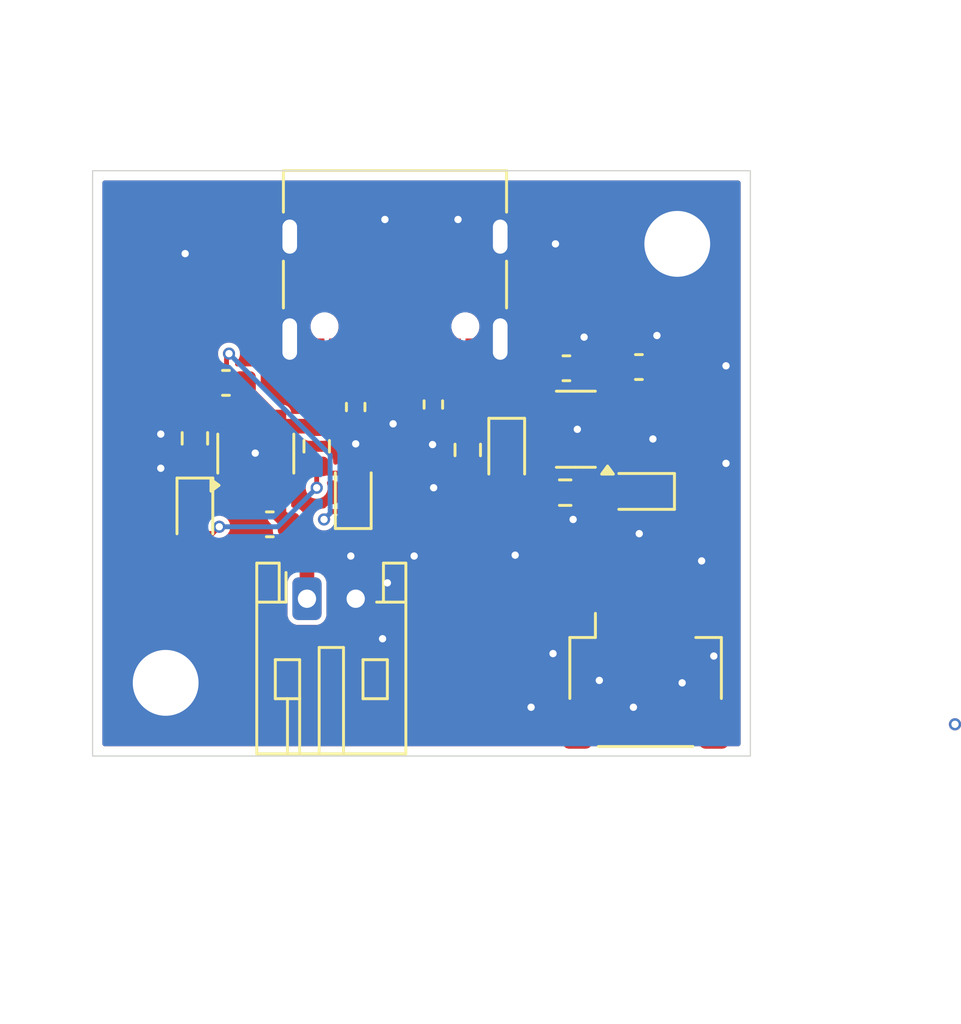
<source format=kicad_pcb>
(kicad_pcb (version 20241229) (generator "pcbnew") (generator_version "9.0")
  (layers (0 "F.Cu" signal) (2 "B.Cu" signal) (13 "F.Paste" user) (15 "B.Paste" user) (5 "F.SilkS" user "F.Silkscreen") (7 "B.SilkS" user "B.Silkscreen") (1 "F.Mask" user) (3 "B.Mask" user) (25 "Edge.Cuts" user))
  (net 0 "")
  (net 3 "/D-")
  (net 4 "Net-(J1-CC1)")
  (net 5 "GND")
  (net 6 "VBUS")
  (net 7 "Net-(J1-CC2)")
  (net 8 "/D+")
  (net 9 "Net-(D1-K)")
  (net 10 "Net-(D1-A)")
  (net 11 "/V_CHARGE")
  (net 12 "Net-(U1-PROG)")
  (net 13 "Net-(D2-K)")
  (net 14 "Net-(J2-Pin_1)")
  (net 15 "Net-(D3-A)")
  (net 16 "Net-(D3-K)")
  (net 17 "Net-(D4-K)")
  (net 18 "Net-(U2-PROG)")
  (footprint "Package_TO_SOT_SMD:TSOT-23-6" (layer "F.Cu") (at 49.7 51.6 90)
    (property "Reference" "U2" (hide yes))
    (property "Value" "TP4057" (hide yes))
    (fp_line (start 0 -1.56) (end 0.8 -1.56) (stroke (width 0.12)) (layer "F.SilkS"))
    (fp_line (start 0 -1.56) (end -0.8 -1.56) (stroke (width 0.12)) (layer "F.SilkS"))
    (fp_line (start 0 1.56) (end 0.8 1.56) (stroke (width 0.12)) (layer "F.SilkS"))
    (fp_line (start 0 1.56) (end -0.8 1.56) (stroke (width 0.12)) (layer "F.SilkS"))
    (fp_poly (pts (xy -1.3 -1.51) (xy -1.54 -1.84) (xy -1.06 -1.84)) (stroke (width 0.12)) (fill yes) (layer "F.SilkS"))
    (pad "1" smd roundrect (at -1.1375 -0.95 90) (size 1.325 0.6) (layers "F.Cu" "F.Mask" "F.Paste") (net 17 "Net-(D4-K)"))
    (pad "2" smd roundrect (at -1.1375 0 90) (size 1.325 0.6) (layers "F.Cu" "F.Mask" "F.Paste") (net 5 "GND"))
    (pad "3" smd roundrect (at -1.1375 0.95 90) (size 1.325 0.6) (layers "F.Cu" "F.Mask" "F.Paste") (net 14 "Net-(J2-Pin_1)"))
    (pad "4" smd roundrect (at 1.1375 0.95 90) (size 1.325 0.6) (layers "F.Cu" "F.Mask" "F.Paste") (net 6 "VBUS"))
    (pad "5" smd roundrect (at 1.1375 0 90) (size 1.325 0.6) (layers "F.Cu" "F.Mask" "F.Paste") (net 16 "Net-(D3-K)"))
    (pad "6" smd roundrect (at 1.1375 -0.95 90) (size 1.325 0.6) (layers "F.Cu" "F.Mask" "F.Paste") (net 18 "Net-(U2-PROG)"))
  )
  (footprint "Resistor_SMD:R_0402_1005Metric" (layer "F.Cu") (at 56.987384 49.587531 -90)
    (property "Reference" "R1" (hide yes))
    (property "Value" "5.1k" (hide yes))
    (fp_line (start -0.153641 0.38) (end 0.153641 0.38) (stroke (width 0.12)) (layer "F.SilkS"))
    (fp_line (start -0.153641 -0.38) (end 0.153641 -0.38) (stroke (width 0.12)) (layer "F.SilkS"))
    (pad "1" smd roundrect (at -0.51 0 270) (size 0.54 0.64) (layers "F.Cu" "F.Mask" "F.Paste") (net 4 "Net-(J1-CC1)"))
    (pad "2" smd roundrect (at 0.51 0 270) (size 0.54 0.64) (layers "F.Cu" "F.Mask" "F.Paste") (net 5 "GND"))
  )
  (footprint "MountingHole:MountingHole_2.7mm_M2.5_DIN965_Pad" (layer "F.Cu") (at 46 61)
    (property "Reference" "H2" (hide yes))
    (property "Value" "MountingHole_Pad" (hide yes))
    (pad "1" thru_hole circle (at 0 0) (size 4.7 4.7) (drill 2.7) (layers "*.Cu" "*.Mask") (net 5 "GND"))
  )
  (footprint "Resistor_SMD:R_0603_1608Metric" (layer "F.Cu") (at 62.4 53.2)
    (property "Reference" "R4" (hide yes))
    (property "Value" "1.8k" (hide yes))
    (fp_line (start -0.237258 -0.5225) (end 0.237258 -0.5225) (stroke (width 0.12)) (layer "F.SilkS"))
    (fp_line (start -0.237258 0.5225) (end 0.237258 0.5225) (stroke (width 0.12)) (layer "F.SilkS"))
    (pad "1" smd roundrect (at -0.825 0) (size 0.8 0.95) (layers "F.Cu" "F.Mask" "F.Paste") (net 12 "Net-(U1-PROG)"))
    (pad "2" smd roundrect (at 0.825 0) (size 0.8 0.95) (layers "F.Cu" "F.Mask" "F.Paste") (net 5 "GND"))
  )
  (footprint "Capacitor_SMD:C_0603_1608Metric" (layer "F.Cu") (at 50.275 54.5 180)
    (property "Reference" "C3" (hide yes))
    (property "Value" "10uF" (hide yes))
    (fp_line (start -0.14058 0.51) (end 0.14058 0.51) (stroke (width 0.12)) (layer "F.SilkS"))
    (fp_line (start -0.14058 -0.51) (end 0.14058 -0.51) (stroke (width 0.12)) (layer "F.SilkS"))
    (pad "1" smd roundrect (at -0.775 0 180) (size 0.9 0.95) (layers "F.Cu" "F.Mask" "F.Paste") (net 14 "Net-(J2-Pin_1)"))
    (pad "2" smd roundrect (at 0.775 0 180) (size 0.9 0.95) (layers "F.Cu" "F.Mask" "F.Paste") (net 5 "GND"))
  )
  (footprint "Connector_JST:JST_PH_S2B-PH-K_1x02_P2.00mm_Horizontal" (layer "F.Cu") (at 51.8 57.55)
    (property "Reference" "J2" (hide yes))
    (property "Value" "Conn_01x02" (hide yes))
    (fp_line (start -2.06 -1.46) (end -2.06 6.36) (stroke (width 0.12)) (layer "F.SilkS"))
    (fp_line (start -2.06 0.14) (end -1.14 0.14) (stroke (width 0.12)) (layer "F.SilkS"))
    (fp_line (start -2.06 6.36) (end 4.06 6.36) (stroke (width 0.12)) (layer "F.SilkS"))
    (fp_line (start -1.3 2.5) (end -1.3 4.1) (stroke (width 0.12)) (layer "F.SilkS"))
    (fp_line (start -1.3 4.1) (end -0.3 4.1) (stroke (width 0.12)) (layer "F.SilkS"))
    (fp_line (start -1.14 -1.46) (end -2.06 -1.46) (stroke (width 0.12)) (layer "F.SilkS"))
    (fp_line (start -1.14 0.14) (end -1.14 -1.46) (stroke (width 0.12)) (layer "F.SilkS"))
    (fp_line (start -0.86 0.14) (end -1.14 0.14) (stroke (width 0.12)) (layer "F.SilkS"))
    (fp_line (start -0.86 0.14) (end -0.86 -1.075) (stroke (width 0.12)) (layer "F.SilkS"))
    (fp_line (start -0.8 4.1) (end -0.8 6.36) (stroke (width 0.12)) (layer "F.SilkS"))
    (fp_line (start -0.3 2.5) (end -1.3 2.5) (stroke (width 0.12)) (layer "F.SilkS"))
    (fp_line (start -0.3 4.1) (end -0.3 2.5) (stroke (width 0.12)) (layer "F.SilkS"))
    (fp_line (start -0.3 4.1) (end -0.3 6.36) (stroke (width 0.12)) (layer "F.SilkS"))
    (fp_line (start 0.5 2) (end 1.5 2) (stroke (width 0.12)) (layer "F.SilkS"))
    (fp_line (start 0.5 6.36) (end 0.5 2) (stroke (width 0.12)) (layer "F.SilkS"))
    (fp_line (start 1.5 2) (end 1.5 6.36) (stroke (width 0.12)) (layer "F.SilkS"))
    (fp_line (start 2.3 2.5) (end 3.3 2.5) (stroke (width 0.12)) (layer "F.SilkS"))
    (fp_line (start 2.3 4.1) (end 2.3 2.5) (stroke (width 0.12)) (layer "F.SilkS"))
    (fp_line (start 3.14 -1.46) (end 3.14 0.14) (stroke (width 0.12)) (layer "F.SilkS"))
    (fp_line (start 3.14 0.14) (end 2.86 0.14) (stroke (width 0.12)) (layer "F.SilkS"))
    (fp_line (start 3.3 2.5) (end 3.3 4.1) (stroke (width 0.12)) (layer "F.SilkS"))
    (fp_line (start 3.3 4.1) (end 2.3 4.1) (stroke (width 0.12)) (layer "F.SilkS"))
    (fp_line (start 4.06 -1.46) (end 3.14 -1.46) (stroke (width 0.12)) (layer "F.SilkS"))
    (fp_line (start 4.06 0.14) (end 3.14 0.14) (stroke (width 0.12)) (layer "F.SilkS"))
    (fp_line (start 4.06 6.36) (end 4.06 -1.46) (stroke (width 0.12)) (layer "F.SilkS"))
    (pad "1" thru_hole roundrect (at 0 0) (size 1.2 1.75) (drill 0.75) (layers "*.Cu" "*.Mask") (roundrect_rratio 0.208333) (net 14 "Net-(J2-Pin_1)"))
    (pad "2" thru_hole oval (at 2 0) (size 1.2 1.75) (drill 0.75) (layers "*.Cu" "*.Mask") (net 5 "GND"))
  )
  (footprint "Package_TO_SOT_SMD:TSOT-23-6" (layer "F.Cu") (at 62.8375 50.6 180)
    (property "Reference" "U1" (hide yes))
    (property "Value" "TP4057" (hide yes))
    (fp_line (start 0 1.56) (end 0.8 1.56) (stroke (width 0.12)) (layer "F.SilkS"))
    (fp_line (start 0 1.56) (end -0.8 1.56) (stroke (width 0.12)) (layer "F.SilkS"))
    (fp_line (start 0 -1.56) (end 0.8 -1.56) (stroke (width 0.12)) (layer "F.SilkS"))
    (fp_line (start 0 -1.56) (end -0.8 -1.56) (stroke (width 0.12)) (layer "F.SilkS"))
    (fp_poly (pts (xy -1.3 -1.51) (xy -1.54 -1.84) (xy -1.06 -1.84)) (stroke (width 0.12)) (fill yes) (layer "F.SilkS"))
    (pad "1" smd roundrect (at -1.1375 -0.95 180) (size 1.325 0.6) (layers "F.Cu" "F.Mask" "F.Paste") (net 9 "Net-(D1-K)"))
    (pad "2" smd roundrect (at -1.1375 0 180) (size 1.325 0.6) (layers "F.Cu" "F.Mask" "F.Paste") (net 5 "GND"))
    (pad "3" smd roundrect (at -1.1375 0.95 180) (size 1.325 0.6) (layers "F.Cu" "F.Mask" "F.Paste") (net 11 "/V_CHARGE"))
    (pad "4" smd roundrect (at 1.1375 0.95 180) (size 1.325 0.6) (layers "F.Cu" "F.Mask" "F.Paste") (net 6 "VBUS"))
    (pad "5" smd roundrect (at 1.1375 0 180) (size 1.325 0.6) (layers "F.Cu" "F.Mask" "F.Paste") (net 13 "Net-(D2-K)"))
    (pad "6" smd roundrect (at 1.1375 -0.95 180) (size 1.325 0.6) (layers "F.Cu" "F.Mask" "F.Paste") (net 12 "Net-(U1-PROG)"))
  )
  (footprint "Capacitor_SMD:C_0603_1608Metric" (layer "F.Cu") (at 48.475 48.7 180)
    (property "Reference" "C4" (hide yes))
    (property "Value" "1uF" (hide yes))
    (fp_line (start -0.14058 0.51) (end 0.14058 0.51) (stroke (width 0.12)) (layer "F.SilkS"))
    (fp_line (start -0.14058 -0.51) (end 0.14058 -0.51) (stroke (width 0.12)) (layer "F.SilkS"))
    (pad "1" smd roundrect (at -0.775 0 180) (size 0.9 0.95) (layers "F.Cu" "F.Mask" "F.Paste") (net 6 "VBUS"))
    (pad "2" smd roundrect (at 0.775 0 180) (size 0.9 0.95) (layers "F.Cu" "F.Mask" "F.Paste") (net 5 "GND"))
  )
  (footprint "Resistor_SMD:R_0603_1608Metric" (layer "F.Cu") (at 47.2 50.975 -90)
    (property "Reference" "R6" (hide yes))
    (property "Value" "1.8k" (hide yes))
    (fp_line (start -0.237258 0.5225) (end 0.237258 0.5225) (stroke (width 0.12)) (layer "F.SilkS"))
    (fp_line (start -0.237258 -0.5225) (end 0.237258 -0.5225) (stroke (width 0.12)) (layer "F.SilkS"))
    (pad "1" smd roundrect (at -0.825 0 270) (size 0.8 0.95) (layers "F.Cu" "F.Mask" "F.Paste") (net 18 "Net-(U2-PROG)"))
    (pad "2" smd roundrect (at 0.825 0 270) (size 0.8 0.95) (layers "F.Cu" "F.Mask" "F.Paste") (net 5 "GND"))
  )
  (footprint "Connector_USB:USB_C_Receptacle_G-Switch_GT-USB-7010ASV" (layer "F.Cu") (at 55.412918 43.777696 180)
    (property "Reference" "J1" (hide yes))
    (property "Value" "USB_C_Receptacle_USB2.0_16P" (hide yes))
    (fp_line (start 4.58 3.785) (end -4.58 3.785) (stroke (width 0.12)) (layer "F.SilkS"))
    (fp_line (start 4.58 2.08) (end 4.58 3.785) (stroke (width 0.12)) (layer "F.SilkS"))
    (fp_line (start 4.58 0.07) (end 4.58 -1.85) (stroke (width 0.12)) (layer "F.SilkS"))
    (fp_line (start -4.58 3.785) (end -4.58 2.08) (stroke (width 0.12)) (layer "F.SilkS"))
    (fp_line (start -4.58 -1.85) (end -4.58 0.07) (stroke (width 0.12)) (layer "F.SilkS"))
    (pad "" np_thru_hole circle (at -2.89 -2.605 180) (size 0.65 0.65) (drill 0.65) (layers "*.Cu" "*.Mask"))
    (pad "" np_thru_hole circle (at 2.89 -2.605 180) (size 0.65 0.65) (drill 0.65) (layers "*.Cu" "*.Mask"))
    (pad "A1" smd rect (at -3.2 -3.725 180) (size 0.6 1.24) (layers "F.Cu" "F.Mask" "F.Paste") (net 5 "GND"))
    (pad "A4" smd rect (at -2.4 -3.725 180) (size 0.6 1.24) (layers "F.Cu" "F.Mask" "F.Paste") (net 6 "VBUS"))
    (pad "A5" smd rect (at -1.25 -3.725 180) (size 0.3 1.24) (layers "F.Cu" "F.Mask" "F.Paste") (net 4 "Net-(J1-CC1)"))
    (pad "A6" smd rect (at -0.25 -3.725 180) (size 0.3 1.24) (layers "F.Cu" "F.Mask" "F.Paste") (net 8 "/D+"))
    (pad "A7" smd rect (at 0.25 -3.725 180) (size 0.3 1.24) (layers "F.Cu" "F.Mask" "F.Paste") (net 3 "/D-"))
    (pad "A8" smd rect (at 1.25 -3.725 180) (size 0.3 1.24) (layers "F.Cu" "F.Mask" "F.Paste"))
    (pad "A9" smd rect (at 2.4 -3.725 180) (size 0.6 1.24) (layers "F.Cu" "F.Mask" "F.Paste") (net 6 "VBUS"))
    (pad "A12" smd rect (at 3.2 -3.725 180) (size 0.6 1.24) (layers "F.Cu" "F.Mask" "F.Paste") (net 5 "GND"))
    (pad "B1" smd rect (at 3.2 -3.725 180) (size 0.6 1.24) (layers "F.Cu" "F.Mask" "F.Paste") (net 5 "GND"))
    (pad "B4" smd rect (at 2.4 -3.725 180) (size 0.6 1.24) (layers "F.Cu" "F.Mask" "F.Paste") (net 6 "VBUS"))
    (pad "B5" smd rect (at 1.75 -3.725 180) (size 0.3 1.24) (layers "F.Cu" "F.Mask" "F.Paste") (net 7 "Net-(J1-CC2)"))
    (pad "B6" smd rect (at 0.75 -3.725 180) (size 0.3 1.24) (layers "F.Cu" "F.Mask" "F.Paste") (net 8 "/D+"))
    (pad "B7" smd rect (at -0.75 -3.725 180) (size 0.3 1.24) (layers "F.Cu" "F.Mask" "F.Paste") (net 3 "/D-"))
    (pad "B8" smd rect (at -1.75 -3.725 180) (size 0.3 1.24) (layers "F.Cu" "F.Mask" "F.Paste"))
    (pad "B9" smd rect (at -2.4 -3.725 180) (size 0.6 1.24) (layers "F.Cu" "F.Mask" "F.Paste") (net 6 "VBUS"))
    (pad "B12" smd rect (at -3.2 -3.725 180) (size 0.6 1.24) (layers "F.Cu" "F.Mask" "F.Paste") (net 5 "GND"))
    (pad "S1" thru_hole oval (at -4.32 -3.125 180) (size 1 2.1) (drill oval 0.6 1.7) (property pad_prop_heatsink) (layers "*.Cu" "*.Mask") (net 5 "GND"))
    (pad "S1" thru_hole oval (at -4.32 1.075 180) (size 1 1.8) (drill oval 0.6 1.4) (property pad_prop_heatsink) (layers "*.Cu" "*.Mask") (net 5 "GND"))
    (pad "S1" thru_hole oval (at 4.32 -3.125 180) (size 1 2.1) (drill oval 0.6 1.7) (property pad_prop_heatsink) (layers "*.Cu" "*.Mask") (net 5 "GND"))
    (pad "S1" thru_hole oval (at 4.32 1.075 180) (size 1 1.8) (drill oval 0.6 1.4) (property pad_prop_heatsink) (layers "*.Cu" "*.Mask") (net 5 "GND"))
  )
  (footprint "Connector_JST:JST_SH_SM04B-SRSS-TB_1x04-1MP_P1.00mm_Horizontal" (layer "F.Cu") (at 65.7 60.925)
    (property "Reference" "J4" (hide yes))
    (property "Value" "Conn_01x04_MountingPin" (hide yes))
    (fp_line (start -3.11 -1.785) (end -2.06 -1.785) (stroke (width 0.12)) (layer "F.SilkS"))
    (fp_line (start -3.11 0.715) (end -3.11 -1.785) (stroke (width 0.12)) (layer "F.SilkS"))
    (fp_line (start -2.06 -1.785) (end -2.06 -2.775) (stroke (width 0.12)) (layer "F.SilkS"))
    (fp_line (start -1.94 2.685) (end 1.94 2.685) (stroke (width 0.12)) (layer "F.SilkS"))
    (fp_line (start 3.11 -1.785) (end 2.06 -1.785) (stroke (width 0.12)) (layer "F.SilkS"))
    (fp_line (start 3.11 0.715) (end 3.11 -1.785) (stroke (width 0.12)) (layer "F.SilkS"))
    (pad "1" smd roundrect (at -1.5 -2) (size 0.6 1.55) (layers "F.Cu" "F.Mask" "F.Paste") (net 8 "/D+"))
    (pad "2" smd roundrect (at -0.5 -2) (size 0.6 1.55) (layers "F.Cu" "F.Mask" "F.Paste") (net 3 "/D-"))
    (pad "3" smd roundrect (at 0.5 -2) (size 0.6 1.55) (layers "F.Cu" "F.Mask" "F.Paste") (net 11 "/V_CHARGE"))
    (pad "4" smd roundrect (at 1.5 -2) (size 0.6 1.55) (layers "F.Cu" "F.Mask" "F.Paste") (net 5 "GND"))
    (pad "MP" smd roundrect (at -2.8 1.875) (size 1.2 1.8) (layers "F.Cu" "F.Mask" "F.Paste") (roundrect_rratio 0.208333) (net 5 "GND"))
    (pad "MP" smd roundrect (at 2.8 1.875) (size 1.2 1.8) (layers "F.Cu" "F.Mask" "F.Paste") (roundrect_rratio 0.208333) (net 5 "GND"))
  )
  (footprint "LED_SMD:LED_0603_1608Metric" (layer "F.Cu") (at 47.2 54.0875 -90)
    (property "Reference" "D4" (hide yes))
    (property "Value" "LED" (hide yes))
    (fp_line (start -1.485 0.735) (end 0.8 0.735) (stroke (width 0.12)) (layer "F.SilkS"))
    (fp_line (start -1.485 -0.735) (end -1.485 0.735) (stroke (width 0.12)) (layer "F.SilkS"))
    (fp_line (start 0.8 -0.735) (end -1.485 -0.735) (stroke (width 0.12)) (layer "F.SilkS"))
    (pad "1" smd roundrect (at -0.7875 0 270) (size 0.875 0.95) (layers "F.Cu" "F.Mask" "F.Paste") (net 17 "Net-(D4-K)"))
    (pad "2" smd roundrect (at 0.7875 0 270) (size 0.875 0.95) (layers "F.Cu" "F.Mask" "F.Paste") (net 15 "Net-(D3-A)"))
  )
  (footprint "Resistor_SMD:R_0603_1608Metric" (layer "F.Cu") (at 58.4 51.45 -90)
    (property "Reference" "R3" (hide yes))
    (property "Value" "1k" (hide yes))
    (fp_line (start -0.237258 0.5225) (end 0.237258 0.5225) (stroke (width 0.12)) (layer "F.SilkS"))
    (fp_line (start -0.237258 -0.5225) (end 0.237258 -0.5225) (stroke (width 0.12)) (layer "F.SilkS"))
    (pad "1" smd roundrect (at -0.825 0 270) (size 0.8 0.95) (layers "F.Cu" "F.Mask" "F.Paste") (net 6 "VBUS"))
    (pad "2" smd roundrect (at 0.825 0 270) (size 0.8 0.95) (layers "F.Cu" "F.Mask" "F.Paste") (net 10 "Net-(D1-A)"))
  )
  (footprint "Resistor_SMD:R_0603_1608Metric" (layer "F.Cu") (at 52.2 51.3 -90)
    (property "Reference" "R5" (hide yes))
    (property "Value" "1k" (hide yes))
    (fp_line (start -0.237258 0.5225) (end 0.237258 0.5225) (stroke (width 0.12)) (layer "F.SilkS"))
    (fp_line (start -0.237258 -0.5225) (end 0.237258 -0.5225) (stroke (width 0.12)) (layer "F.SilkS"))
    (pad "1" smd roundrect (at -0.825 0 270) (size 0.8 0.95) (layers "F.Cu" "F.Mask" "F.Paste") (net 6 "VBUS"))
    (pad "2" smd roundrect (at 0.825 0 270) (size 0.8 0.95) (layers "F.Cu" "F.Mask" "F.Paste") (net 15 "Net-(D3-A)"))
  )
  (footprint "LED_SMD:LED_0603_1608Metric" (layer "F.Cu") (at 60 51.6375 -90)
    (property "Reference" "D2" (hide yes))
    (property "Value" "LED" (hide yes))
    (fp_line (start -1.485 0.735) (end 0.8 0.735) (stroke (width 0.12)) (layer "F.SilkS"))
    (fp_line (start -1.485 -0.735) (end -1.485 0.735) (stroke (width 0.12)) (layer "F.SilkS"))
    (fp_line (start 0.8 -0.735) (end -1.485 -0.735) (stroke (width 0.12)) (layer "F.SilkS"))
    (pad "1" smd roundrect (at -0.7875 0 270) (size 0.875 0.95) (layers "F.Cu" "F.Mask" "F.Paste") (net 13 "Net-(D2-K)"))
    (pad "2" smd roundrect (at 0.7875 0 270) (size 0.875 0.95) (layers "F.Cu" "F.Mask" "F.Paste") (net 10 "Net-(D1-A)"))
  )
  (footprint "Capacitor_SMD:C_0603_1608Metric" (layer "F.Cu") (at 65.425 48.05)
    (property "Reference" "C2" (hide yes))
    (property "Value" "10uF" (hide yes))
    (fp_line (start -0.14058 -0.51) (end 0.14058 -0.51) (stroke (width 0.12)) (layer "F.SilkS"))
    (fp_line (start -0.14058 0.51) (end 0.14058 0.51) (stroke (width 0.12)) (layer "F.SilkS"))
    (pad "1" smd roundrect (at -0.775 0) (size 0.9 0.95) (layers "F.Cu" "F.Mask" "F.Paste") (net 11 "/V_CHARGE"))
    (pad "2" smd roundrect (at 0.775 0) (size 0.9 0.95) (layers "F.Cu" "F.Mask" "F.Paste") (net 5 "GND"))
  )
  (footprint "MountingHole:MountingHole_2.7mm_M2.5_DIN965_Pad" (layer "F.Cu") (at 67 43)
    (property "Reference" "H1" (hide yes))
    (property "Value" "MountingHole_Pad" (hide yes))
    (pad "1" thru_hole circle (at 0 0) (size 4.7 4.7) (drill 2.7) (layers "*.Cu" "*.Mask") (net 5 "GND"))
  )
  (footprint "Capacitor_SMD:C_0603_1608Metric" (layer "F.Cu") (at 62.45 48.1)
    (property "Reference" "C1" (hide yes))
    (property "Value" "1uF" (hide yes))
    (fp_line (start -0.14058 -0.51) (end 0.14058 -0.51) (stroke (width 0.12)) (layer "F.SilkS"))
    (fp_line (start -0.14058 0.51) (end 0.14058 0.51) (stroke (width 0.12)) (layer "F.SilkS"))
    (pad "1" smd roundrect (at -0.775 0) (size 0.9 0.95) (layers "F.Cu" "F.Mask" "F.Paste") (net 6 "VBUS"))
    (pad "2" smd roundrect (at 0.775 0) (size 0.9 0.95) (layers "F.Cu" "F.Mask" "F.Paste") (net 5 "GND"))
  )
  (footprint "LED_SMD:LED_0603_1608Metric" (layer "F.Cu") (at 53.7 53.1875 90)
    (property "Reference" "D3" (hide yes))
    (property "Value" "LED" (hide yes))
    (fp_line (start 0.8 -0.735) (end -1.485 -0.735) (stroke (width 0.12)) (layer "F.SilkS"))
    (fp_line (start -1.485 -0.735) (end -1.485 0.735) (stroke (width 0.12)) (layer "F.SilkS"))
    (fp_line (start -1.485 0.735) (end 0.8 0.735) (stroke (width 0.12)) (layer "F.SilkS"))
    (pad "1" smd roundrect (at -0.7875 0 90) (size 0.875 0.95) (layers "F.Cu" "F.Mask" "F.Paste") (net 16 "Net-(D3-K)"))
    (pad "2" smd roundrect (at 0.7875 0 90) (size 0.875 0.95) (layers "F.Cu" "F.Mask" "F.Paste") (net 15 "Net-(D3-A)"))
  )
  (footprint "Resistor_SMD:R_0402_1005Metric" (layer "F.Cu") (at 53.8 49.69 -90)
    (property "Reference" "R2" (hide yes))
    (property "Value" "5.1k" (hide yes))
    (fp_line (start -0.153641 0.38) (end 0.153641 0.38) (stroke (width 0.12)) (layer "F.SilkS"))
    (fp_line (start -0.153641 -0.38) (end 0.153641 -0.38) (stroke (width 0.12)) (layer "F.SilkS"))
    (pad "1" smd roundrect (at -0.51 0 270) (size 0.54 0.64) (layers "F.Cu" "F.Mask" "F.Paste") (net 7 "Net-(J1-CC2)"))
    (pad "2" smd roundrect (at 0.51 0 270) (size 0.54 0.64) (layers "F.Cu" "F.Mask" "F.Paste") (net 5 "GND"))
  )
  (footprint "LED_SMD:LED_0603_1608Metric" (layer "F.Cu") (at 65.4 53.15 180)
    (property "Reference" "D1" (hide yes))
    (property "Value" "LED" (hide yes))
    (fp_line (start 0.8 -0.735) (end -1.485 -0.735) (stroke (width 0.12)) (layer "F.SilkS"))
    (fp_line (start -1.485 0.735) (end 0.8 0.735) (stroke (width 0.12)) (layer "F.SilkS"))
    (fp_line (start -1.485 -0.735) (end -1.485 0.735) (stroke (width 0.12)) (layer "F.SilkS"))
    (pad "1" smd roundrect (at -0.7875 0 180) (size 0.875 0.95) (layers "F.Cu" "F.Mask" "F.Paste") (net 9 "Net-(D1-K)"))
    (pad "2" smd roundrect (at 0.7875 0 180) (size 0.875 0.95) (layers "F.Cu" "F.Mask" "F.Paste") (net 10 "Net-(D1-A)"))
  )
  (gr_rect (start 43 40) (end 70 64) (stroke (width 0.05)) (fill no) (layer "Edge.Cuts"))
  (segment (start 56.013846 52.793078) (end 59.694085 56.473317) (width 0.2) (layer "F.Cu") (net 3))
  (segment (start 63.473317 56.473317) (end 65.2 58.2) (width 0.2) (layer "F.Cu") (net 3))
  (segment (start 55.162918 48.374696) (end 56.013846 49.225624) (width 0.2) (layer "F.Cu") (net 3))
  (segment (start 56.162918 48.374696) (end 56.162918 47.502696) (width 0.2) (layer "F.Cu") (net 3))
  (segment (start 55.937614 48.6) (end 56.162918 48.374696) (width 0.2) (layer "F.Cu") (net 3))
  (segment (start 55.162918 47.502696) (end 55.162918 48.374696) (width 0.2) (layer "F.Cu") (net 3))
  (segment (start 65.2 58.2) (end 65.2 58.925) (width 0.2) (layer "F.Cu") (net 3))
  (segment (start 56.013846 49.225624) (end 56.013846 52.793078) (width 0.2) (layer "F.Cu") (net 3))
  (segment (start 55.388222 48.6) (end 55.937614 48.6) (width 0.2) (layer "F.Cu") (net 3))
  (segment (start 59.694085 56.473317) (end 63.473317 56.473317) (width 0.2) (layer "F.Cu") (net 3))
  (segment (start 55.162918 48.374696) (end 55.388222 48.6) (width 0.2) (layer "F.Cu") (net 3))
  (segment (start 56.662918 47.502696) (end 56.662918 48.753065) (width 0.2) (layer "F.Cu") (net 4))
  (segment (start 56.662918 48.753065) (end 56.987384 49.077531) (width 0.2) (layer "F.Cu") (net 4))
  (segment (start 56.7 47.539778) (end 56.662918 47.502696) (width 0.2) (layer "F.Cu") (net 4))
  (via (at 68 56) (size 0.5) (drill 0.3) (layers "F.Cu" "B.Cu") (net 5))
  (via (at 66 51) (size 0.5) (drill 0.3) (layers "F.Cu" "B.Cu") (net 5))
  (via (at 63.175846 46.824153) (size 0.5) (drill 0.3) (layers "F.Cu" "B.Cu") (net 5))
  (via (at 61 62) (size 0.5) (drill 0.3) (layers "F.Cu" "B.Cu") (net 5))
  (via (at 55.335692 50.378857) (size 0.5) (drill 0.3) (layers "F.Cu" "B.Cu") (net 5))
  (via (at 69 52) (size 0.5) (drill 0.3) (layers "F.Cu" "B.Cu") (net 5))
  (via (at 78.4 62.7) (size 0.5) (drill 0.3) (layers "F.Cu" "B.Cu") (net 5))
  (via (at 60.346857 55.764241) (size 0.5) (drill 0.3) (layers "F.Cu" "B.Cu") (net 5))
  (via (at 57 53) (size 0.5) (drill 0.3) (layers "F.Cu" "B.Cu") (net 5))
  (via (at 65.2 62) (size 0.5) (drill 0.3) (layers "F.Cu" "B.Cu") (net 5))
  (via (at 61.9 59.8) (size 0.5) (drill 0.3) (layers "F.Cu" "B.Cu") (net 5))
  (via (at 55.1 56.9) (size 0.5) (drill 0.3) (layers "F.Cu" "B.Cu") (net 5))
  (via (at 53.8 51.2) (size 0.5) (drill 0.3) (layers "F.Cu" "B.Cu") (net 5))
  (via (at 62 43) (size 0.5) (drill 0.3) (layers "F.Cu" "B.Cu") (net 5))
  (via (at 49.677124 51.580064) (size 0.5) (drill 0.3) (layers "F.Cu" "B.Cu") (net 5))
  (via (at 58 42) (size 0.5) (drill 0.3) (layers "F.Cu" "B.Cu") (net 5))
  (via (at 53.6 55.8) (size 0.5) (drill 0.3) (layers "F.Cu" "B.Cu") (net 5))
  (via (at 66.16523 46.757164) (size 0.5) (drill 0.3) (layers "F.Cu" "B.Cu") (net 5))
  (via (at 56.95534 51.229626) (size 0.5) (drill 0.3) (layers "F.Cu" "B.Cu") (net 5))
  (via (at 56.2 55.8) (size 0.5) (drill 0.3) (layers "F.Cu" "B.Cu") (net 5))
  (via (at 62.725 54.3) (size 0.5) (drill 0.3) (layers "F.Cu" "B.Cu") (net 5))
  (via (at 69 48) (size 0.5) (drill 0.3) (layers "F.Cu" "B.Cu") (net 5))
  (via (at 67.2 61) (size 0.5) (drill 0.3) (layers "F.Cu" "B.Cu") (net 5))
  (via (at 68.5 59.9) (size 0.5) (drill 0.3) (layers "F.Cu" "B.Cu") (net 5))
  (via (at 45.8 50.8) (size 0.5) (drill 0.3) (layers "F.Cu" "B.Cu") (net 5))
  (via (at 62.897626 50.602901) (size 0.5) (drill 0.3) (layers "F.Cu" "B.Cu") (net 5))
  (via (at 46.8 43.4) (size 0.5) (drill 0.3) (layers "F.Cu" "B.Cu") (net 5))
  (via (at 54.903184 59.191216) (size 0.5) (drill 0.3) (layers "F.Cu" "B.Cu") (net 5))
  (via (at 65.438967 54.882769) (size 0.5) (drill 0.3) (layers "F.Cu" "B.Cu") (net 5))
  (via (at 63.8 60.9) (size 0.5) (drill 0.3) (layers "F.Cu" "B.Cu") (net 5))
  (via (at 45.8 52.2) (size 0.5) (drill 0.3) (layers "F.Cu" "B.Cu") (net 5))
  (via (at 55 42) (size 0.5) (drill 0.3) (layers "F.Cu" "B.Cu") (net 5))
  (segment (start 57.812918 48.9) (end 57.812918 50.037918) (width 0.6) (layer "F.Cu") (net 6))
  (segment (start 58.562918 49.65) (end 61.7 49.65) (width 0.6) (layer "F.Cu") (net 6))
  (segment (start 49.25 48.7) (end 50.65 50.1) (width 0.2) (layer "F.Cu") (net 6))
  (segment (start 53.012918 47.502696) (end 53.012918 48.7439) (width 0.6) (layer "F.Cu") (net 6))
  (segment (start 57.812918 48.9) (end 58.562918 49.65) (width 0.6) (layer "F.Cu") (net 6))
  (segment (start 50.6625 50.475) (end 50.65 50.4625) (width 0.6) (layer "F.Cu") (net 6))
  (segment (start 50.65 50.1) (end 50.65 50.4625) (width 0.2) (layer "F.Cu") (net 6))
  (segment (start 52.2 50.475) (end 50.6625 50.475) (width 0.6) (layer "F.Cu") (net 6))
  (segment (start 61.675 49.625) (end 61.7 49.65) (width 0.2) (layer "F.Cu") (net 6))
  (segment (start 57.812918 47.502696) (end 57.812918 48.9) (width 0.6) (layer "F.Cu") (net 6))
  (segment (start 52.2 49.556818) (end 52.2 50.475) (width 0.6) (layer "F.Cu") (net 6))
  (segment (start 61.675 48.1) (end 61.675 49.625) (width 0.2) (layer "F.Cu") (net 6))
  (segment (start 58.325 50.625) (end 58.4 50.625) (width 0.6) (layer "F.Cu") (net 6))
  (segment (start 57.812918 50.037918) (end 58.4 50.625) (width 0.6) (layer "F.Cu") (net 6))
  (segment (start 53.012918 48.7439) (end 52.2 49.556818) (width 0.6) (layer "F.Cu") (net 6))
  (segment (start 53.662918 49.042918) (end 53.8 49.18) (width 0.2) (layer "F.Cu") (net 7))
  (segment (start 53.662918 47.502696) (end 53.662918 49.042918) (width 0.2) (layer "F.Cu") (net 7))
  (segment (start 63.6 57.2) (end 64.2 57.8) (width 0.2) (layer "F.Cu") (net 8))
  (segment (start 54.662918 52.122346) (end 59.740572 57.2) (width 0.2) (layer "F.Cu") (net 8))
  (segment (start 59.740572 57.2) (end 63.6 57.2) (width 0.2) (layer "F.Cu") (net 8))
  (segment (start 54.662918 46.630696) (end 54.893614 46.4) (width 0.2) (layer "F.Cu") (net 8))
  (segment (start 64.2 57.8) (end 64.2 58.925) (width 0.2) (layer "F.Cu") (net 8))
  (segment (start 54.662918 47.502696) (end 54.662918 52.122346) (width 0.2) (layer "F.Cu") (net 8))
  (segment (start 55.432222 46.4) (end 55.662918 46.630696) (width 0.2) (layer "F.Cu") (net 8))
  (segment (start 55.662918 46.630696) (end 55.662918 47.502696) (width 0.2) (layer "F.Cu") (net 8))
  (segment (start 54.893614 46.4) (end 55.432222 46.4) (width 0.2) (layer "F.Cu") (net 8))
  (segment (start 54.662918 47.502696) (end 54.662918 46.630696) (width 0.2) (layer "F.Cu") (net 8))
  (segment (start 64.5875 51.55) (end 63.975 51.55) (width 0.2) (layer "F.Cu") (net 9))
  (segment (start 66.1875 53.15) (end 64.5875 51.55) (width 0.2) (layer "F.Cu") (net 9))
  (segment (start 60 52.425) (end 58.55 52.425) (width 0.2) (layer "F.Cu") (net 10))
  (segment (start 58.55 52.425) (end 58.4 52.275) (width 0.2) (layer "F.Cu") (net 10))
  (segment (start 60 54.475) (end 60 52.425) (width 0.2) (layer "F.Cu") (net 10))
  (segment (start 64.6125 53.15) (end 64.6125 54.3125) (width 0.2) (layer "F.Cu") (net 10))
  (segment (start 63.925 55) (end 60.525 55) (width 0.2) (layer "F.Cu") (net 10))
  (segment (start 60.525 55) (end 60 54.475) (width 0.2) (layer "F.Cu") (net 10))
  (segment (start 64.6125 54.3125) (end 63.925 55) (width 0.2) (layer "F.Cu") (net 10))
  (segment (start 64.65 48.05) (end 64.65 48.975) (width 0.2) (layer "F.Cu") (net 11))
  (segment (start 66.65 49.65) (end 67.126 50.126) (width 0.6) (layer "F.Cu") (net 11))
  (segment (start 63.975 49.65) (end 66.65 49.65) (width 0.6) (layer "F.Cu") (net 11))
  (segment (start 64.65 48.975) (end 63.975 49.65) (width 0.2) (layer "F.Cu") (net 11))
  (segment (start 67.126 50.126) (end 67.126 54.874) (width 0.6) (layer "F.Cu") (net 11))
  (segment (start 66.2 55.8) (end 66.2 58.925) (width 0.6) (layer "F.Cu") (net 11))
  (segment (start 67.126 54.874) (end 66.2 55.8) (width 0.6) (layer "F.Cu") (net 11))
  (segment (start 61.7 51.55) (end 61.7 53.075) (width 0.2) (layer "F.Cu") (net 12))
  (segment (start 61.7 53.075) (end 61.575 53.2) (width 0.2) (layer "F.Cu") (net 12))
  (segment (start 61.7 50.6) (end 60.25 50.6) (width 0.2) (layer "F.Cu") (net 13))
  (segment (start 60.25 50.6) (end 60 50.85) (width 0.2) (layer "F.Cu") (net 13))
  (segment (start 51.8 57.55) (end 51.8 55.25) (width 0.6) (layer "F.Cu") (net 14))
  (segment (start 50.65 54.1) (end 51.05 54.5) (width 0.6) (layer "F.Cu") (net 14))
  (segment (start 50.65 52.7375) (end 50.65 54.1) (width 0.6) (layer "F.Cu") (net 14))
  (segment (start 51.8 55.25) (end 51.05 54.5) (width 0.6) (layer "F.Cu") (net 14))
  (segment (start 53.7 52.4) (end 52.475 52.4) (width 0.2) (layer "F.Cu") (net 15))
  (segment (start 52.475 52.4) (end 52.2 52.125) (width 0.2) (layer "F.Cu") (net 15))
  (segment (start 47.925 54.875) (end 48.2 54.6) (width 0.2) (layer "F.Cu") (net 15))
  (segment (start 52.2 52.125) (end 52.2 53) (width 0.2) (layer "F.Cu") (net 15))
  (segment (start 47.2 54.875) (end 47.925 54.875) (width 0.2) (layer "F.Cu") (net 15))
  (via (at 52.2 53) (size 0.5) (drill 0.3) (layers "F.Cu" "B.Cu") (net 15))
  (via (at 48.2 54.6) (size 0.5) (drill 0.3) (layers "F.Cu" "B.Cu") (net 15))
  (segment (start 50.6 54.6) (end 48.2 54.6) (width 0.2) (layer "B.Cu") (net 15))
  (segment (start 52.2 53) (end 50.6 54.6) (width 0.2) (layer "B.Cu") (net 15))
  (segment (start 48.799 49.499) (end 49.090968 49.499) (width 0.2) (layer "F.Cu") (net 16))
  (segment (start 48.6 47.5) (end 48.499 47.601) (width 0.2) (layer "F.Cu") (net 16))
  (segment (start 49.090968 49.499) (end 49.7 50.108032) (width 0.2) (layer "F.Cu") (net 16))
  (segment (start 48.499 47.601) (end 48.499 49.199) (width 0.2) (layer "F.Cu") (net 16))
  (segment (start 49.7 50.108032) (end 49.7 50.4625) (width 0.2) (layer "F.Cu") (net 16))
  (segment (start 53.7 53.975) (end 52.825 53.975) (width 0.2) (layer "F.Cu") (net 16))
  (segment (start 48.499 49.199) (end 48.799 49.499) (width 0.2) (layer "F.Cu") (net 16))
  (segment (start 52.825 53.975) (end 52.5 54.3) (width 0.2) (layer "F.Cu") (net 16))
  (via (at 52.5 54.3) (size 0.5) (drill 0.3) (layers "F.Cu" "B.Cu") (net 16))
  (via (at 48.6 47.5) (size 0.5) (drill 0.3) (layers "F.Cu" "B.Cu") (net 16))
  (segment (start 52.751 51.651) (end 48.6 47.5) (width 0.2) (layer "B.Cu") (net 16))
  (segment (start 52.751 54.049) (end 52.751 51.651) (width 0.2) (layer "B.Cu") (net 16))
  (segment (start 52.5 54.3) (end 52.751 54.049) (width 0.2) (layer "B.Cu") (net 16))
  (segment (start 47.2 53.3) (end 48.1875 53.3) (width 0.2) (layer "F.Cu") (net 17))
  (segment (start 48.1875 53.3) (end 48.75 52.7375) (width 0.2) (layer "F.Cu") (net 17))
  (segment (start 47.2 50.15) (end 48.4375 50.15) (width 0.2) (layer "F.Cu") (net 18))
  (segment (start 48.4375 50.15) (end 48.75 50.4625) (width 0.2) (layer "F.Cu") (net 18))
  (zone (net 6) (net_name "VBUS") (layer "F.Cu") (priority 1) (connect_pads yes (clearance 0.2)) (min_thickness 0.2) (fill yes (thermal_gap 0.5) (thermal_bridge_width 0.5) (island_removal_mode 1) (island_area_min 10))
    (polygon (pts (xy 52.6 44.5) (xy 58.1 44.5) (xy 58.1 48.4) (xy 52.6 48.312918)))
  )
  (zone (net 5) (net_name "GND") (layers "F.Cu" "B.Cu") (connect_pads yes (clearance 0.2)) (min_thickness 0.2) (fill yes (thermal_gap 0.5) (thermal_bridge_width 0.5))
    (polygon (pts (xy 39.2 33.4) (xy 73 33) (xy 74 73) (xy 43 75)))
  )
)
</source>
